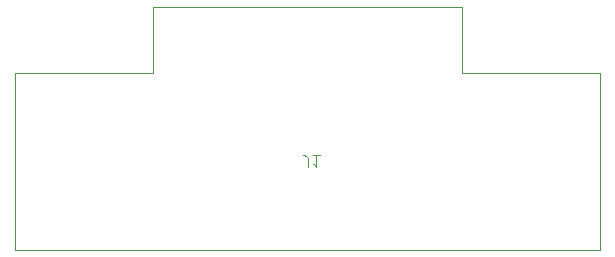
<source format=gbr>
%TF.GenerationSoftware,KiCad,Pcbnew,8.0.4*%
%TF.CreationDate,2024-08-07T12:52:17+02:00*%
%TF.ProjectId,bottom,626f7474-6f6d-42e6-9b69-6361645f7063,rev?*%
%TF.SameCoordinates,Original*%
%TF.FileFunction,Legend,Bot*%
%TF.FilePolarity,Positive*%
%FSLAX46Y46*%
G04 Gerber Fmt 4.6, Leading zero omitted, Abs format (unit mm)*
G04 Created by KiCad (PCBNEW 8.0.4) date 2024-08-07 12:52:17*
%MOMM*%
%LPD*%
G01*
G04 APERTURE LIST*
%ADD10C,0.100000*%
G04 APERTURE END LIST*
D10*
X189866666Y-129292580D02*
X189866666Y-128578295D01*
X189866666Y-128578295D02*
X189819047Y-128435438D01*
X189819047Y-128435438D02*
X189723809Y-128340200D01*
X189723809Y-128340200D02*
X189580952Y-128292580D01*
X189580952Y-128292580D02*
X189485714Y-128292580D01*
X190866666Y-128292580D02*
X190295238Y-128292580D01*
X190580952Y-128292580D02*
X190580952Y-129292580D01*
X190580952Y-129292580D02*
X190485714Y-129149723D01*
X190485714Y-129149723D02*
X190390476Y-129054485D01*
X190390476Y-129054485D02*
X190295238Y-129006866D01*
%TO.C,J1*%
X165100000Y-121350000D02*
X176800000Y-121350000D01*
X165100000Y-136350000D02*
X165100000Y-121350000D01*
X176800000Y-115750000D02*
X202900000Y-115750000D01*
X176800000Y-121350000D02*
X176800000Y-115750000D01*
X202900000Y-115750000D02*
X202900000Y-121350000D01*
X202900000Y-121350000D02*
X214600000Y-121350000D01*
X214600000Y-121350000D02*
X214600000Y-136350000D01*
X214600000Y-136350000D02*
X165100000Y-136350000D01*
%TD*%
M02*

</source>
